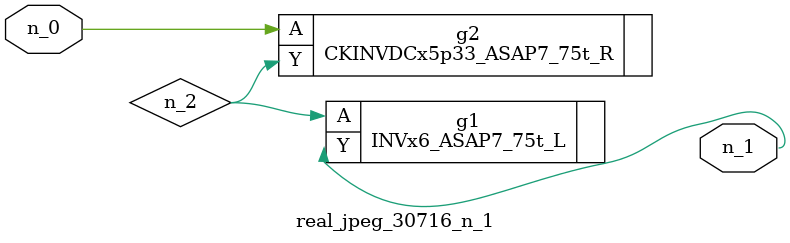
<source format=v>
module real_jpeg_30716_n_1 (n_0, n_1);

input n_0;

output n_1;

wire n_2;

CKINVDCx5p33_ASAP7_75t_R g2 ( 
.A(n_0),
.Y(n_2)
);

INVx6_ASAP7_75t_L g1 ( 
.A(n_2),
.Y(n_1)
);


endmodule
</source>
